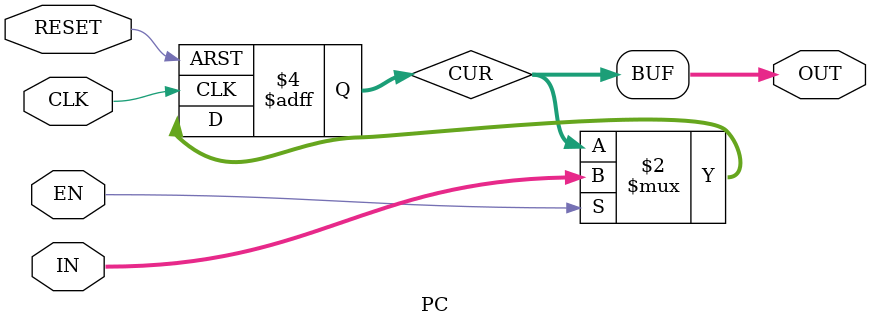
<source format=v>
module PC(
input EN,
input RESET,
input CLK,
input [31:0] IN,
output [31:0] OUT
);

reg [31:0] CUR;

assign OUT = CUR;

always @ (posedge CLK or posedge RESET)
begin

	if(RESET) begin
		CUR <= 32'b00000000000000000000000000000000;
	end
	else if(EN) begin
	CUR <= IN;
	end
end



endmodule
</source>
